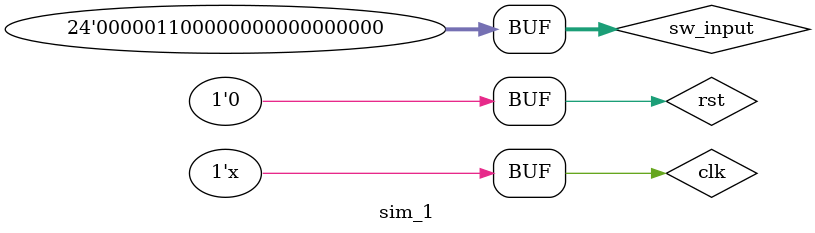
<source format=v>
`timescale 1ns / 1ps

module sim_1();
reg clk;
reg rst;
reg  [23:0] sw_input;
wire [23:0]led2N4;
top test(
.sys_clk(clk),
.sys_rst_n(rst),
.sw_input(sw_input),
.led(led2N4)
);
initial begin rst=1;clk=0;end

initial begin
        #2  rst=0;
        #100 sw_input = 24'h015555;
        #1000 sw_input = 24'h060000;
end
always #10 clk = ~clk;
endmodule

</source>
